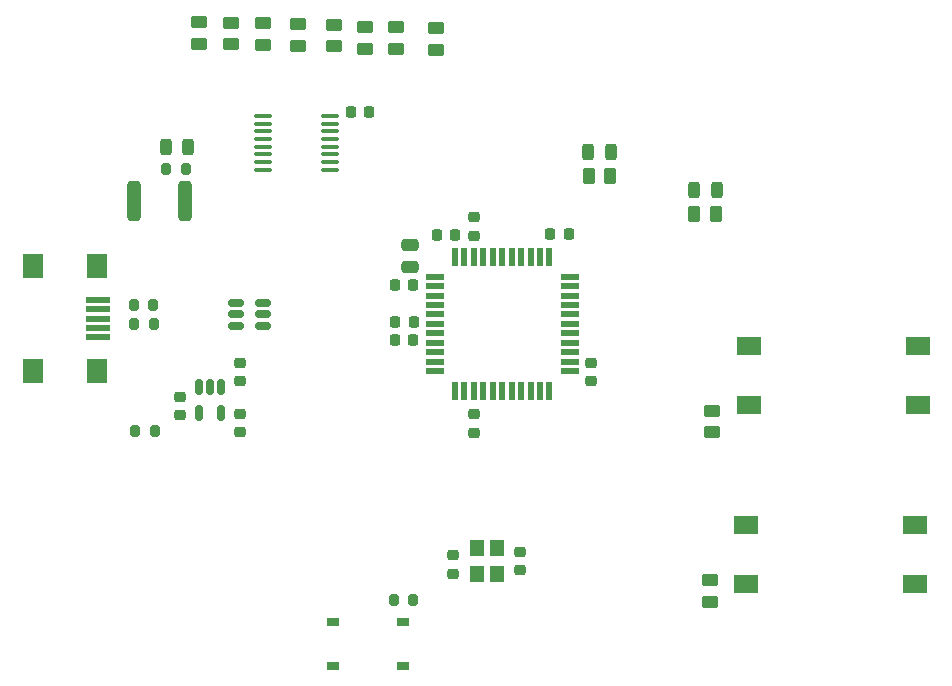
<source format=gbr>
%TF.GenerationSoftware,KiCad,Pcbnew,(7.0.0)*%
%TF.CreationDate,2023-04-20T18:13:23-06:00*%
%TF.ProjectId,Phase_B_ATMEGA_v3,50686173-655f-4425-9f41-544d4547415f,rev?*%
%TF.SameCoordinates,Original*%
%TF.FileFunction,Paste,Top*%
%TF.FilePolarity,Positive*%
%FSLAX46Y46*%
G04 Gerber Fmt 4.6, Leading zero omitted, Abs format (unit mm)*
G04 Created by KiCad (PCBNEW (7.0.0)) date 2023-04-20 18:13:23*
%MOMM*%
%LPD*%
G01*
G04 APERTURE LIST*
G04 Aperture macros list*
%AMRoundRect*
0 Rectangle with rounded corners*
0 $1 Rounding radius*
0 $2 $3 $4 $5 $6 $7 $8 $9 X,Y pos of 4 corners*
0 Add a 4 corners polygon primitive as box body*
4,1,4,$2,$3,$4,$5,$6,$7,$8,$9,$2,$3,0*
0 Add four circle primitives for the rounded corners*
1,1,$1+$1,$2,$3*
1,1,$1+$1,$4,$5*
1,1,$1+$1,$6,$7*
1,1,$1+$1,$8,$9*
0 Add four rect primitives between the rounded corners*
20,1,$1+$1,$2,$3,$4,$5,0*
20,1,$1+$1,$4,$5,$6,$7,0*
20,1,$1+$1,$6,$7,$8,$9,0*
20,1,$1+$1,$8,$9,$2,$3,0*%
G04 Aperture macros list end*
%ADD10RoundRect,0.250000X0.450000X-0.262500X0.450000X0.262500X-0.450000X0.262500X-0.450000X-0.262500X0*%
%ADD11RoundRect,0.250000X-0.262500X-0.450000X0.262500X-0.450000X0.262500X0.450000X-0.262500X0.450000X0*%
%ADD12R,2.000000X0.500000*%
%ADD13R,1.700000X2.000000*%
%ADD14RoundRect,0.225000X0.250000X-0.225000X0.250000X0.225000X-0.250000X0.225000X-0.250000X-0.225000X0*%
%ADD15RoundRect,0.250000X-0.450000X0.262500X-0.450000X-0.262500X0.450000X-0.262500X0.450000X0.262500X0*%
%ADD16RoundRect,0.225000X-0.250000X0.225000X-0.250000X-0.225000X0.250000X-0.225000X0.250000X0.225000X0*%
%ADD17RoundRect,0.250000X0.475000X-0.250000X0.475000X0.250000X-0.475000X0.250000X-0.475000X-0.250000X0*%
%ADD18RoundRect,0.225000X0.225000X0.250000X-0.225000X0.250000X-0.225000X-0.250000X0.225000X-0.250000X0*%
%ADD19RoundRect,0.200000X0.200000X0.275000X-0.200000X0.275000X-0.200000X-0.275000X0.200000X-0.275000X0*%
%ADD20RoundRect,0.200000X-0.200000X-0.275000X0.200000X-0.275000X0.200000X0.275000X-0.200000X0.275000X0*%
%ADD21RoundRect,0.150000X-0.512500X-0.150000X0.512500X-0.150000X0.512500X0.150000X-0.512500X0.150000X0*%
%ADD22RoundRect,0.243750X0.243750X0.456250X-0.243750X0.456250X-0.243750X-0.456250X0.243750X-0.456250X0*%
%ADD23RoundRect,0.100000X-0.637500X-0.100000X0.637500X-0.100000X0.637500X0.100000X-0.637500X0.100000X0*%
%ADD24R,1.000000X0.700000*%
%ADD25RoundRect,0.150000X-0.150000X0.512500X-0.150000X-0.512500X0.150000X-0.512500X0.150000X0.512500X0*%
%ADD26R,1.200000X1.400000*%
%ADD27RoundRect,0.250000X-0.312500X-1.450000X0.312500X-1.450000X0.312500X1.450000X-0.312500X1.450000X0*%
%ADD28R,1.500000X0.550000*%
%ADD29R,0.550000X1.500000*%
%ADD30RoundRect,0.225000X-0.225000X-0.250000X0.225000X-0.250000X0.225000X0.250000X-0.225000X0.250000X0*%
%ADD31R,2.000000X1.500000*%
%ADD32RoundRect,0.243750X-0.243750X-0.456250X0.243750X-0.456250X0.243750X0.456250X-0.243750X0.456250X0*%
G04 APERTURE END LIST*
D10*
%TO.C,R12*%
X159900000Y-65637500D03*
X159900000Y-63812500D03*
%TD*%
D11*
%TO.C,R4*%
X185175000Y-79600000D03*
X187000000Y-79600000D03*
%TD*%
D12*
%TO.C,J2*%
X134699999Y-86874999D03*
X134699999Y-87674999D03*
X134699999Y-88474999D03*
X134699999Y-89274999D03*
X134699999Y-90074999D03*
D13*
X134599999Y-84024999D03*
X129149999Y-84024999D03*
X134599999Y-92924999D03*
X129149999Y-92924999D03*
%TD*%
D14*
%TO.C,C12*%
X166525000Y-81450000D03*
X166525000Y-79900000D03*
%TD*%
D10*
%TO.C,R8*%
X148625000Y-65312500D03*
X148625000Y-63487500D03*
%TD*%
D15*
%TO.C,R2*%
X186525000Y-110625000D03*
X186525000Y-112450000D03*
%TD*%
D16*
%TO.C,C5*%
X176450000Y-92200000D03*
X176450000Y-93750000D03*
%TD*%
D17*
%TO.C,C8*%
X161100000Y-84125000D03*
X161100000Y-82225000D03*
%TD*%
D10*
%TO.C,R7*%
X154650000Y-65412500D03*
X154650000Y-63587500D03*
%TD*%
D18*
%TO.C,C6*%
X161375000Y-85675000D03*
X159825000Y-85675000D03*
%TD*%
D10*
%TO.C,R5*%
X163300000Y-65737500D03*
X163300000Y-63912500D03*
%TD*%
D19*
%TO.C,R16*%
X142100000Y-75775000D03*
X140450000Y-75775000D03*
%TD*%
D11*
%TO.C,R3*%
X176225000Y-76400000D03*
X178050000Y-76400000D03*
%TD*%
D20*
%TO.C,R14*%
X137750000Y-88925000D03*
X139400000Y-88925000D03*
%TD*%
D16*
%TO.C,C7*%
X166550000Y-96575000D03*
X166550000Y-98125000D03*
%TD*%
D21*
%TO.C,U4*%
X146375000Y-87175000D03*
X146375000Y-88125000D03*
X146375000Y-89075000D03*
X148650000Y-89075000D03*
X148650000Y-88125000D03*
X148650000Y-87175000D03*
%TD*%
D10*
%TO.C,R6*%
X151650000Y-65362500D03*
X151650000Y-63537500D03*
%TD*%
D18*
%TO.C,C10*%
X161375000Y-90250000D03*
X159825000Y-90250000D03*
%TD*%
D22*
%TO.C,D3*%
X142275000Y-73925000D03*
X140400000Y-73925000D03*
%TD*%
D19*
%TO.C,R13*%
X161350000Y-112300000D03*
X159700000Y-112300000D03*
%TD*%
D16*
%TO.C,C2*%
X170400000Y-108225000D03*
X170400000Y-109775000D03*
%TD*%
D23*
%TO.C,U2*%
X148625000Y-71325000D03*
X148625000Y-71975000D03*
X148625000Y-72625000D03*
X148625000Y-73275000D03*
X148625000Y-73925000D03*
X148625000Y-74575000D03*
X148625000Y-75225000D03*
X148625000Y-75875000D03*
X154350000Y-75875000D03*
X154350000Y-75225000D03*
X154350000Y-74575000D03*
X154350000Y-73925000D03*
X154350000Y-73275000D03*
X154350000Y-72625000D03*
X154350000Y-71975000D03*
X154350000Y-71325000D03*
%TD*%
D15*
%TO.C,R1*%
X186625000Y-96275000D03*
X186625000Y-98100000D03*
%TD*%
D24*
%TO.C,S3*%
X160537499Y-117849999D03*
X154537499Y-117849999D03*
X160537499Y-114149999D03*
X154537499Y-114149999D03*
%TD*%
D10*
%TO.C,R11*%
X157250000Y-65612500D03*
X157250000Y-63787500D03*
%TD*%
D25*
%TO.C,U5*%
X145125000Y-94237500D03*
X144175000Y-94237500D03*
X143225000Y-94237500D03*
X143225000Y-96512500D03*
X145125000Y-96512500D03*
%TD*%
D10*
%TO.C,R10*%
X143200000Y-65187500D03*
X143200000Y-63362500D03*
%TD*%
D26*
%TO.C,Y1*%
X168474999Y-110124999D03*
X168474999Y-107924999D03*
X166774999Y-107924999D03*
X166774999Y-110124999D03*
%TD*%
D18*
%TO.C,C9*%
X161400000Y-88725000D03*
X159850000Y-88725000D03*
%TD*%
D27*
%TO.C,F1*%
X137750000Y-78500000D03*
X142025000Y-78500000D03*
%TD*%
D28*
%TO.C,U3*%
X163199999Y-84924999D03*
X163199999Y-85724999D03*
X163199999Y-86524999D03*
X163199999Y-87324999D03*
X163199999Y-88124999D03*
X163199999Y-88924999D03*
X163199999Y-89724999D03*
X163199999Y-90524999D03*
X163199999Y-91324999D03*
X163199999Y-92124999D03*
X163199999Y-92924999D03*
D29*
X164899999Y-94624999D03*
X165699999Y-94624999D03*
X166499999Y-94624999D03*
X167299999Y-94624999D03*
X168099999Y-94624999D03*
X168899999Y-94624999D03*
X169699999Y-94624999D03*
X170499999Y-94624999D03*
X171299999Y-94624999D03*
X172099999Y-94624999D03*
X172899999Y-94624999D03*
D28*
X174599999Y-92924999D03*
X174599999Y-92124999D03*
X174599999Y-91324999D03*
X174599999Y-90524999D03*
X174599999Y-89724999D03*
X174599999Y-88924999D03*
X174599999Y-88124999D03*
X174599999Y-87324999D03*
X174599999Y-86524999D03*
X174599999Y-85724999D03*
X174599999Y-84924999D03*
D29*
X172899999Y-83224999D03*
X172099999Y-83224999D03*
X171299999Y-83224999D03*
X170499999Y-83224999D03*
X169699999Y-83224999D03*
X168899999Y-83224999D03*
X168099999Y-83224999D03*
X167299999Y-83224999D03*
X166499999Y-83224999D03*
X165699999Y-83224999D03*
X164899999Y-83224999D03*
%TD*%
D30*
%TO.C,C4*%
X172975000Y-81300000D03*
X174525000Y-81300000D03*
%TD*%
D31*
%TO.C,S2*%
X203874999Y-110924999D03*
X189574999Y-110924999D03*
X203874999Y-105924999D03*
X189574999Y-105924999D03*
%TD*%
D20*
%TO.C,R17*%
X137825000Y-98000000D03*
X139475000Y-98000000D03*
%TD*%
D31*
%TO.C,S1*%
X204074999Y-95774999D03*
X189774999Y-95774999D03*
X204074999Y-90774999D03*
X189774999Y-90774999D03*
%TD*%
D30*
%TO.C,C1*%
X156075000Y-70950000D03*
X157625000Y-70950000D03*
%TD*%
D32*
%TO.C,D1*%
X176200000Y-74350000D03*
X178075000Y-74350000D03*
%TD*%
D14*
%TO.C,C13*%
X146675000Y-93750000D03*
X146675000Y-92200000D03*
%TD*%
D10*
%TO.C,R9*%
X145950000Y-65262500D03*
X145950000Y-63437500D03*
%TD*%
D14*
%TO.C,C15*%
X141650000Y-96675000D03*
X141650000Y-95125000D03*
%TD*%
D16*
%TO.C,C3*%
X164725000Y-108525000D03*
X164725000Y-110075000D03*
%TD*%
D20*
%TO.C,R15*%
X137700000Y-87325000D03*
X139350000Y-87325000D03*
%TD*%
D16*
%TO.C,C14*%
X146725000Y-96525000D03*
X146725000Y-98075000D03*
%TD*%
D18*
%TO.C,C11*%
X164925000Y-81375000D03*
X163375000Y-81375000D03*
%TD*%
D32*
%TO.C,D2*%
X185175000Y-77575000D03*
X187050000Y-77575000D03*
%TD*%
M02*

</source>
